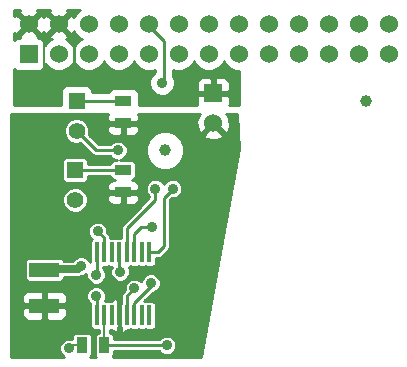
<source format=gtl>
G04 (created by PCBNEW (2013-04-19 BZR 4011)-stable) date 15/12/2014 10:27:15*
%MOIN*%
G04 Gerber Fmt 3.4, Leading zero omitted, Abs format*
%FSLAX34Y34*%
G01*
G70*
G90*
G04 APERTURE LIST*
%ADD10C,0*%
%ADD11R,0.035X0.055*%
%ADD12C,0.0393701*%
%ADD13R,0.055X0.035*%
%ADD14R,0.1X0.05*%
%ADD15R,0.016X0.065*%
%ADD16R,0.055X0.055*%
%ADD17C,0.055*%
%ADD18R,0.06X0.06*%
%ADD19C,0.06*%
%ADD20C,0.035*%
%ADD21C,0.01*%
%ADD22C,0.008*%
%ADD23C,0.025*%
G04 APERTURE END LIST*
G54D10*
G54D11*
X3275Y-11450D03*
X2525Y-11450D03*
G54D12*
X5300Y-4950D03*
X12000Y-3300D03*
G54D13*
X3900Y-4050D03*
X3900Y-3300D03*
X3900Y-6350D03*
X3900Y-5600D03*
G54D14*
X1275Y-10125D03*
X1275Y-8925D03*
G54D15*
X4025Y-8350D03*
X3775Y-8350D03*
X3525Y-8350D03*
X3275Y-8350D03*
X4775Y-10450D03*
X4775Y-8350D03*
X4525Y-8350D03*
X4275Y-8350D03*
X3025Y-10450D03*
X3275Y-10450D03*
X3525Y-10450D03*
X3775Y-10450D03*
X4025Y-10450D03*
X4275Y-10450D03*
X3025Y-8350D03*
X4525Y-10450D03*
G54D16*
X2300Y-5600D03*
G54D17*
X2300Y-6600D03*
G54D16*
X2350Y-3300D03*
G54D17*
X2350Y-4300D03*
G54D18*
X750Y-1750D03*
G54D19*
X750Y-750D03*
X1750Y-1750D03*
X1750Y-750D03*
X2750Y-1750D03*
X2750Y-750D03*
X3750Y-1750D03*
X3750Y-750D03*
X4750Y-1750D03*
X4750Y-750D03*
X5750Y-1750D03*
X5750Y-750D03*
X6750Y-1750D03*
X6750Y-750D03*
X7750Y-1750D03*
X7750Y-750D03*
X8750Y-1750D03*
X8750Y-750D03*
X9750Y-1750D03*
X9750Y-750D03*
X10750Y-1750D03*
X10750Y-750D03*
X11750Y-1750D03*
X11750Y-750D03*
X12750Y-1750D03*
X12750Y-750D03*
G54D18*
X6900Y-3050D03*
G54D19*
X6900Y-4050D03*
G54D20*
X5350Y-11450D03*
X4875Y-7500D03*
X2475Y-10150D03*
X3000Y-9800D03*
X3000Y-9100D03*
X4275Y-9550D03*
X2100Y-11550D03*
X2500Y-8800D03*
X3800Y-9000D03*
X4975Y-6225D03*
X4825Y-9375D03*
X3725Y-4950D03*
X3050Y-7650D03*
X5200Y-2700D03*
X5550Y-6225D03*
G54D21*
X4200Y-11450D02*
X5350Y-11450D01*
X3275Y-11450D02*
X4200Y-11450D01*
X4275Y-8350D02*
X4275Y-7725D01*
X4275Y-7725D02*
X4500Y-7500D01*
X4500Y-7500D02*
X4875Y-7500D01*
G54D22*
X3275Y-10450D02*
X3275Y-11450D01*
G54D21*
X4275Y-7725D02*
X4500Y-7500D01*
G54D22*
X750Y-750D02*
X750Y-800D01*
X1250Y-1300D02*
X1250Y-2300D01*
X750Y-800D02*
X1250Y-1300D01*
G54D21*
X1750Y-750D02*
X2250Y-1250D01*
X2250Y-1250D02*
X2250Y-2200D01*
X3025Y-9825D02*
X3025Y-10450D01*
X3000Y-9800D02*
X3025Y-9825D01*
X3025Y-9075D02*
X3025Y-8350D01*
X3000Y-9100D02*
X3025Y-9075D01*
X4025Y-10450D02*
X4025Y-9800D01*
X4025Y-9800D02*
X4275Y-9550D01*
G54D22*
X2525Y-11450D02*
X2200Y-11450D01*
X2200Y-11450D02*
X2100Y-11550D01*
G54D23*
X1000Y-8900D02*
X2400Y-8900D01*
X2400Y-8900D02*
X2500Y-8800D01*
G54D21*
X3775Y-8350D02*
X3775Y-8975D01*
X3775Y-8975D02*
X3800Y-9000D01*
X4025Y-8350D02*
X4025Y-7750D01*
X4025Y-7550D02*
X4975Y-6600D01*
X4975Y-6600D02*
X4975Y-6225D01*
X4025Y-7750D02*
X4025Y-7550D01*
X3900Y-5600D02*
X2300Y-5600D01*
X3900Y-3300D02*
X2350Y-3300D01*
X4275Y-10450D02*
X4275Y-10025D01*
X4275Y-10025D02*
X4825Y-9475D01*
X4825Y-9475D02*
X4825Y-9375D01*
X3725Y-4950D02*
X3000Y-4950D01*
X3000Y-4950D02*
X2350Y-4300D01*
X3275Y-8350D02*
X3275Y-7875D01*
X3275Y-7875D02*
X3050Y-7650D01*
X4750Y-750D02*
X4750Y-800D01*
X5250Y-2650D02*
X5200Y-2700D01*
X5250Y-1300D02*
X5250Y-2650D01*
X4750Y-800D02*
X5250Y-1300D01*
X4775Y-8350D02*
X5050Y-8350D01*
X5050Y-8350D02*
X5250Y-8150D01*
X5250Y-8150D02*
X5250Y-6525D01*
X5250Y-6525D02*
X5550Y-6225D01*
G54D10*
G36*
X2519Y-1249D02*
X2438Y-1283D01*
X2284Y-1438D01*
X2250Y-1519D01*
X2216Y-1438D01*
X2061Y-1284D01*
X1986Y-1252D01*
X2037Y-1231D01*
X2065Y-1135D01*
X1750Y-820D01*
X1679Y-891D01*
X1679Y-750D01*
X1364Y-434D01*
X1268Y-462D01*
X1251Y-510D01*
X1231Y-462D01*
X1135Y-434D01*
X820Y-750D01*
X1135Y-1065D01*
X1231Y-1037D01*
X1248Y-989D01*
X1268Y-1037D01*
X1364Y-1065D01*
X1679Y-750D01*
X1679Y-891D01*
X1434Y-1135D01*
X1462Y-1231D01*
X1517Y-1250D01*
X1438Y-1283D01*
X1300Y-1422D01*
X1300Y-1400D01*
X1262Y-1308D01*
X1191Y-1238D01*
X1099Y-1200D01*
X1046Y-1199D01*
X1065Y-1135D01*
X750Y-820D01*
X434Y-1135D01*
X453Y-1199D01*
X400Y-1199D01*
X308Y-1237D01*
X269Y-1276D01*
X269Y-1038D01*
X364Y-1065D01*
X679Y-750D01*
X364Y-434D01*
X269Y-461D01*
X269Y-269D01*
X461Y-269D01*
X434Y-364D01*
X750Y-679D01*
X1065Y-364D01*
X1038Y-269D01*
X1461Y-269D01*
X1434Y-364D01*
X1750Y-679D01*
X2065Y-364D01*
X2038Y-269D01*
X2472Y-269D01*
X2438Y-283D01*
X2284Y-438D01*
X2252Y-513D01*
X2231Y-462D01*
X2135Y-434D01*
X1820Y-750D01*
X2135Y-1065D01*
X2231Y-1037D01*
X2250Y-982D01*
X2283Y-1061D01*
X2438Y-1215D01*
X2519Y-1249D01*
X2519Y-1249D01*
G37*
G54D21*
X2519Y-1249D02*
X2438Y-1283D01*
X2284Y-1438D01*
X2250Y-1519D01*
X2216Y-1438D01*
X2061Y-1284D01*
X1986Y-1252D01*
X2037Y-1231D01*
X2065Y-1135D01*
X1750Y-820D01*
X1679Y-891D01*
X1679Y-750D01*
X1364Y-434D01*
X1268Y-462D01*
X1251Y-510D01*
X1231Y-462D01*
X1135Y-434D01*
X820Y-750D01*
X1135Y-1065D01*
X1231Y-1037D01*
X1248Y-989D01*
X1268Y-1037D01*
X1364Y-1065D01*
X1679Y-750D01*
X1679Y-891D01*
X1434Y-1135D01*
X1462Y-1231D01*
X1517Y-1250D01*
X1438Y-1283D01*
X1300Y-1422D01*
X1300Y-1400D01*
X1262Y-1308D01*
X1191Y-1238D01*
X1099Y-1200D01*
X1046Y-1199D01*
X1065Y-1135D01*
X750Y-820D01*
X434Y-1135D01*
X453Y-1199D01*
X400Y-1199D01*
X308Y-1237D01*
X269Y-1276D01*
X269Y-1038D01*
X364Y-1065D01*
X679Y-750D01*
X364Y-434D01*
X269Y-461D01*
X269Y-269D01*
X461Y-269D01*
X434Y-364D01*
X750Y-679D01*
X1065Y-364D01*
X1038Y-269D01*
X1461Y-269D01*
X1434Y-364D01*
X1750Y-679D01*
X2065Y-364D01*
X2038Y-269D01*
X2472Y-269D01*
X2438Y-283D01*
X2284Y-438D01*
X2252Y-513D01*
X2231Y-462D01*
X2135Y-434D01*
X1820Y-750D01*
X2135Y-1065D01*
X2231Y-1037D01*
X2250Y-982D01*
X2283Y-1061D01*
X2438Y-1215D01*
X2519Y-1249D01*
G54D10*
G36*
X7750Y-3450D02*
X7429Y-3450D01*
X7450Y-3399D01*
X7450Y-2700D01*
X7412Y-2608D01*
X7341Y-2538D01*
X7249Y-2500D01*
X7150Y-2499D01*
X7012Y-2500D01*
X6950Y-2562D01*
X6950Y-3000D01*
X7387Y-3000D01*
X7450Y-2937D01*
X7450Y-2700D01*
X7450Y-3399D01*
X7450Y-3162D01*
X7387Y-3100D01*
X6950Y-3100D01*
X6950Y-3107D01*
X6850Y-3107D01*
X6850Y-3100D01*
X6850Y-3000D01*
X6850Y-2562D01*
X6787Y-2500D01*
X6649Y-2499D01*
X6550Y-2500D01*
X6458Y-2538D01*
X6387Y-2608D01*
X6349Y-2700D01*
X6350Y-2937D01*
X6412Y-3000D01*
X6850Y-3000D01*
X6850Y-3100D01*
X6412Y-3100D01*
X6350Y-3162D01*
X6349Y-3399D01*
X6370Y-3450D01*
X4425Y-3450D01*
X4425Y-3425D01*
X4425Y-3075D01*
X4387Y-2983D01*
X4316Y-2913D01*
X4224Y-2875D01*
X4125Y-2874D01*
X3575Y-2874D01*
X3483Y-2912D01*
X3413Y-2983D01*
X3406Y-3000D01*
X2875Y-3000D01*
X2875Y-2975D01*
X2837Y-2883D01*
X2766Y-2813D01*
X2674Y-2775D01*
X2575Y-2774D01*
X2025Y-2774D01*
X1933Y-2812D01*
X1863Y-2883D01*
X1825Y-2975D01*
X1824Y-3074D01*
X1824Y-3450D01*
X269Y-3450D01*
X269Y-2223D01*
X308Y-2261D01*
X400Y-2299D01*
X499Y-2300D01*
X1099Y-2300D01*
X1191Y-2262D01*
X1261Y-2191D01*
X1299Y-2099D01*
X1299Y-2077D01*
X1438Y-2215D01*
X1640Y-2299D01*
X1858Y-2300D01*
X2061Y-2216D01*
X2215Y-2061D01*
X2249Y-1980D01*
X2283Y-2061D01*
X2438Y-2215D01*
X2640Y-2299D01*
X2858Y-2300D01*
X3061Y-2216D01*
X3215Y-2061D01*
X3249Y-1980D01*
X3283Y-2061D01*
X3438Y-2215D01*
X3640Y-2299D01*
X3858Y-2300D01*
X4061Y-2216D01*
X4215Y-2061D01*
X4249Y-1980D01*
X4283Y-2061D01*
X4438Y-2215D01*
X4640Y-2299D01*
X4858Y-2300D01*
X4950Y-2262D01*
X4950Y-2349D01*
X4839Y-2458D01*
X4775Y-2615D01*
X4774Y-2784D01*
X4839Y-2940D01*
X4958Y-3060D01*
X5115Y-3124D01*
X5284Y-3125D01*
X5440Y-3060D01*
X5560Y-2941D01*
X5624Y-2784D01*
X5625Y-2615D01*
X5560Y-2459D01*
X5550Y-2449D01*
X5550Y-2262D01*
X5640Y-2299D01*
X5858Y-2300D01*
X6061Y-2216D01*
X6215Y-2061D01*
X6249Y-1980D01*
X6283Y-2061D01*
X6438Y-2215D01*
X6640Y-2299D01*
X6858Y-2300D01*
X7061Y-2216D01*
X7215Y-2061D01*
X7249Y-1980D01*
X7283Y-2061D01*
X7438Y-2215D01*
X7640Y-2299D01*
X7750Y-2299D01*
X7750Y-3450D01*
X7750Y-3450D01*
G37*
G54D21*
X7750Y-3450D02*
X7429Y-3450D01*
X7450Y-3399D01*
X7450Y-2700D01*
X7412Y-2608D01*
X7341Y-2538D01*
X7249Y-2500D01*
X7150Y-2499D01*
X7012Y-2500D01*
X6950Y-2562D01*
X6950Y-3000D01*
X7387Y-3000D01*
X7450Y-2937D01*
X7450Y-2700D01*
X7450Y-3399D01*
X7450Y-3162D01*
X7387Y-3100D01*
X6950Y-3100D01*
X6950Y-3107D01*
X6850Y-3107D01*
X6850Y-3100D01*
X6850Y-3000D01*
X6850Y-2562D01*
X6787Y-2500D01*
X6649Y-2499D01*
X6550Y-2500D01*
X6458Y-2538D01*
X6387Y-2608D01*
X6349Y-2700D01*
X6350Y-2937D01*
X6412Y-3000D01*
X6850Y-3000D01*
X6850Y-3100D01*
X6412Y-3100D01*
X6350Y-3162D01*
X6349Y-3399D01*
X6370Y-3450D01*
X4425Y-3450D01*
X4425Y-3425D01*
X4425Y-3075D01*
X4387Y-2983D01*
X4316Y-2913D01*
X4224Y-2875D01*
X4125Y-2874D01*
X3575Y-2874D01*
X3483Y-2912D01*
X3413Y-2983D01*
X3406Y-3000D01*
X2875Y-3000D01*
X2875Y-2975D01*
X2837Y-2883D01*
X2766Y-2813D01*
X2674Y-2775D01*
X2575Y-2774D01*
X2025Y-2774D01*
X1933Y-2812D01*
X1863Y-2883D01*
X1825Y-2975D01*
X1824Y-3074D01*
X1824Y-3450D01*
X269Y-3450D01*
X269Y-2223D01*
X308Y-2261D01*
X400Y-2299D01*
X499Y-2300D01*
X1099Y-2300D01*
X1191Y-2262D01*
X1261Y-2191D01*
X1299Y-2099D01*
X1299Y-2077D01*
X1438Y-2215D01*
X1640Y-2299D01*
X1858Y-2300D01*
X2061Y-2216D01*
X2215Y-2061D01*
X2249Y-1980D01*
X2283Y-2061D01*
X2438Y-2215D01*
X2640Y-2299D01*
X2858Y-2300D01*
X3061Y-2216D01*
X3215Y-2061D01*
X3249Y-1980D01*
X3283Y-2061D01*
X3438Y-2215D01*
X3640Y-2299D01*
X3858Y-2300D01*
X4061Y-2216D01*
X4215Y-2061D01*
X4249Y-1980D01*
X4283Y-2061D01*
X4438Y-2215D01*
X4640Y-2299D01*
X4858Y-2300D01*
X4950Y-2262D01*
X4950Y-2349D01*
X4839Y-2458D01*
X4775Y-2615D01*
X4774Y-2784D01*
X4839Y-2940D01*
X4958Y-3060D01*
X5115Y-3124D01*
X5284Y-3125D01*
X5440Y-3060D01*
X5560Y-2941D01*
X5624Y-2784D01*
X5625Y-2615D01*
X5560Y-2459D01*
X5550Y-2449D01*
X5550Y-2262D01*
X5640Y-2299D01*
X5858Y-2300D01*
X6061Y-2216D01*
X6215Y-2061D01*
X6249Y-1980D01*
X6283Y-2061D01*
X6438Y-2215D01*
X6640Y-2299D01*
X6858Y-2300D01*
X7061Y-2216D01*
X7215Y-2061D01*
X7249Y-1980D01*
X7283Y-2061D01*
X7438Y-2215D01*
X7640Y-2299D01*
X7750Y-2299D01*
X7750Y-3450D01*
G54D10*
G36*
X7749Y-4896D02*
X7215Y-7816D01*
X7215Y-4435D01*
X6900Y-4120D01*
X6584Y-4435D01*
X6612Y-4531D01*
X6818Y-4604D01*
X7036Y-4593D01*
X7187Y-4531D01*
X7215Y-4435D01*
X7215Y-7816D01*
X6480Y-11830D01*
X5940Y-11830D01*
X5940Y-4823D01*
X5843Y-4587D01*
X5663Y-4407D01*
X5427Y-4309D01*
X5173Y-4309D01*
X4937Y-4406D01*
X4757Y-4586D01*
X4659Y-4822D01*
X4659Y-5076D01*
X4756Y-5312D01*
X4936Y-5492D01*
X5172Y-5590D01*
X5426Y-5590D01*
X5662Y-5493D01*
X5842Y-5313D01*
X5940Y-5077D01*
X5940Y-4823D01*
X5940Y-11830D01*
X5875Y-11830D01*
X5875Y-6160D01*
X5825Y-6041D01*
X5734Y-5949D01*
X5614Y-5900D01*
X5485Y-5899D01*
X5366Y-5949D01*
X5274Y-6040D01*
X5262Y-6069D01*
X5250Y-6041D01*
X5159Y-5949D01*
X5039Y-5900D01*
X4910Y-5899D01*
X4791Y-5949D01*
X4699Y-6040D01*
X4650Y-6160D01*
X4649Y-6289D01*
X4699Y-6408D01*
X4775Y-6484D01*
X4775Y-6517D01*
X4425Y-6867D01*
X4425Y-6574D01*
X4425Y-6125D01*
X4425Y-4274D01*
X4425Y-4162D01*
X4362Y-4100D01*
X3950Y-4100D01*
X3950Y-4412D01*
X4012Y-4475D01*
X4125Y-4475D01*
X4224Y-4474D01*
X4316Y-4436D01*
X4387Y-4366D01*
X4425Y-4274D01*
X4425Y-6125D01*
X4387Y-6033D01*
X4316Y-5963D01*
X4224Y-5925D01*
X4204Y-5925D01*
X4259Y-5902D01*
X4302Y-5860D01*
X4324Y-5804D01*
X4325Y-5745D01*
X4325Y-5395D01*
X4302Y-5340D01*
X4260Y-5297D01*
X4204Y-5275D01*
X4145Y-5274D01*
X3789Y-5274D01*
X3908Y-5225D01*
X4000Y-5134D01*
X4049Y-5014D01*
X4050Y-4885D01*
X4000Y-4766D01*
X3909Y-4674D01*
X3850Y-4649D01*
X3850Y-4412D01*
X3850Y-4100D01*
X3437Y-4100D01*
X3375Y-4162D01*
X3374Y-4274D01*
X3412Y-4366D01*
X3483Y-4436D01*
X3575Y-4474D01*
X3674Y-4475D01*
X3787Y-4475D01*
X3850Y-4412D01*
X3850Y-4649D01*
X3789Y-4625D01*
X3660Y-4624D01*
X3541Y-4674D01*
X3465Y-4750D01*
X3082Y-4750D01*
X2758Y-4425D01*
X2774Y-4384D01*
X2775Y-4215D01*
X2710Y-4059D01*
X2591Y-3939D01*
X2434Y-3875D01*
X2265Y-3874D01*
X2109Y-3939D01*
X1989Y-4058D01*
X1925Y-4215D01*
X1924Y-4384D01*
X1989Y-4540D01*
X2108Y-4660D01*
X2265Y-4724D01*
X2434Y-4725D01*
X2475Y-4708D01*
X2858Y-5091D01*
X2858Y-5091D01*
X2901Y-5120D01*
X2923Y-5134D01*
X2923Y-5134D01*
X3000Y-5150D01*
X3465Y-5150D01*
X3540Y-5225D01*
X3660Y-5274D01*
X3694Y-5274D01*
X3595Y-5274D01*
X3540Y-5297D01*
X3497Y-5339D01*
X3475Y-5395D01*
X3475Y-5400D01*
X2725Y-5400D01*
X2725Y-5295D01*
X2702Y-5240D01*
X2660Y-5197D01*
X2604Y-5175D01*
X2545Y-5174D01*
X1995Y-5174D01*
X1940Y-5197D01*
X1897Y-5239D01*
X1875Y-5295D01*
X1874Y-5354D01*
X1874Y-5904D01*
X1897Y-5959D01*
X1939Y-6002D01*
X1995Y-6024D01*
X2054Y-6025D01*
X2604Y-6025D01*
X2659Y-6002D01*
X2702Y-5960D01*
X2724Y-5904D01*
X2725Y-5845D01*
X2725Y-5800D01*
X3474Y-5800D01*
X3474Y-5804D01*
X3497Y-5859D01*
X3539Y-5902D01*
X3595Y-5924D01*
X3624Y-5925D01*
X3575Y-5925D01*
X3483Y-5963D01*
X3412Y-6033D01*
X3374Y-6125D01*
X3375Y-6237D01*
X3437Y-6300D01*
X3850Y-6300D01*
X3850Y-6292D01*
X3950Y-6292D01*
X3950Y-6300D01*
X4362Y-6300D01*
X4425Y-6237D01*
X4425Y-6125D01*
X4425Y-6574D01*
X4425Y-6462D01*
X4362Y-6400D01*
X3950Y-6400D01*
X3950Y-6712D01*
X4012Y-6775D01*
X4125Y-6775D01*
X4224Y-6774D01*
X4316Y-6736D01*
X4387Y-6666D01*
X4425Y-6574D01*
X4425Y-6867D01*
X3883Y-7408D01*
X3850Y-7458D01*
X3850Y-6712D01*
X3850Y-6400D01*
X3437Y-6400D01*
X3375Y-6462D01*
X3374Y-6574D01*
X3412Y-6666D01*
X3483Y-6736D01*
X3575Y-6774D01*
X3674Y-6775D01*
X3787Y-6775D01*
X3850Y-6712D01*
X3850Y-7458D01*
X3840Y-7473D01*
X3825Y-7550D01*
X3825Y-7750D01*
X3825Y-7874D01*
X3665Y-7874D01*
X3650Y-7881D01*
X3634Y-7875D01*
X3575Y-7874D01*
X3474Y-7874D01*
X3459Y-7798D01*
X3416Y-7733D01*
X3374Y-7692D01*
X3375Y-7585D01*
X3325Y-7466D01*
X3234Y-7374D01*
X3114Y-7325D01*
X2985Y-7324D01*
X2866Y-7374D01*
X2774Y-7465D01*
X2725Y-7585D01*
X2725Y-6515D01*
X2660Y-6359D01*
X2541Y-6239D01*
X2384Y-6175D01*
X2215Y-6174D01*
X2059Y-6239D01*
X1939Y-6358D01*
X1875Y-6515D01*
X1874Y-6684D01*
X1939Y-6840D01*
X2058Y-6960D01*
X2215Y-7024D01*
X2384Y-7025D01*
X2540Y-6960D01*
X2660Y-6841D01*
X2724Y-6684D01*
X2725Y-6515D01*
X2725Y-7585D01*
X2725Y-7585D01*
X2724Y-7714D01*
X2774Y-7833D01*
X2849Y-7908D01*
X2817Y-7939D01*
X2795Y-7995D01*
X2794Y-8054D01*
X2794Y-8662D01*
X2775Y-8616D01*
X2684Y-8524D01*
X2564Y-8475D01*
X2435Y-8474D01*
X2316Y-8524D01*
X2224Y-8615D01*
X2220Y-8625D01*
X1916Y-8625D01*
X1902Y-8590D01*
X1860Y-8547D01*
X1804Y-8525D01*
X1745Y-8524D01*
X745Y-8524D01*
X690Y-8547D01*
X647Y-8589D01*
X625Y-8645D01*
X624Y-8704D01*
X624Y-9204D01*
X647Y-9259D01*
X689Y-9302D01*
X745Y-9324D01*
X804Y-9325D01*
X1804Y-9325D01*
X1859Y-9302D01*
X1902Y-9260D01*
X1924Y-9204D01*
X1925Y-9175D01*
X2400Y-9175D01*
X2505Y-9154D01*
X2505Y-9154D01*
X2548Y-9125D01*
X2564Y-9125D01*
X2675Y-9079D01*
X2674Y-9164D01*
X2724Y-9283D01*
X2815Y-9375D01*
X2935Y-9424D01*
X3064Y-9425D01*
X3183Y-9375D01*
X3275Y-9284D01*
X3324Y-9164D01*
X3325Y-9035D01*
X3275Y-8916D01*
X3225Y-8865D01*
X3225Y-8825D01*
X3384Y-8825D01*
X3399Y-8818D01*
X3415Y-8824D01*
X3474Y-8825D01*
X3520Y-8825D01*
X3475Y-8935D01*
X3474Y-9064D01*
X3524Y-9183D01*
X3615Y-9275D01*
X3735Y-9324D01*
X3864Y-9325D01*
X3983Y-9275D01*
X4075Y-9184D01*
X4124Y-9064D01*
X4125Y-8935D01*
X4079Y-8825D01*
X4134Y-8825D01*
X4149Y-8818D01*
X4165Y-8824D01*
X4224Y-8825D01*
X4384Y-8825D01*
X4399Y-8818D01*
X4415Y-8824D01*
X4474Y-8825D01*
X4634Y-8825D01*
X4649Y-8818D01*
X4665Y-8824D01*
X4724Y-8825D01*
X4884Y-8825D01*
X4939Y-8802D01*
X4982Y-8760D01*
X5004Y-8704D01*
X5005Y-8645D01*
X5005Y-8550D01*
X5050Y-8550D01*
X5126Y-8534D01*
X5191Y-8491D01*
X5391Y-8291D01*
X5391Y-8291D01*
X5420Y-8248D01*
X5434Y-8226D01*
X5434Y-8226D01*
X5449Y-8150D01*
X5450Y-8150D01*
X5450Y-6607D01*
X5507Y-6549D01*
X5614Y-6550D01*
X5733Y-6500D01*
X5825Y-6409D01*
X5874Y-6289D01*
X5875Y-6160D01*
X5875Y-11830D01*
X3556Y-11830D01*
X3577Y-11810D01*
X3599Y-11754D01*
X3600Y-11695D01*
X3600Y-11650D01*
X4200Y-11650D01*
X5090Y-11650D01*
X5165Y-11725D01*
X5285Y-11774D01*
X5414Y-11775D01*
X5533Y-11725D01*
X5625Y-11634D01*
X5674Y-11514D01*
X5675Y-11385D01*
X5625Y-11266D01*
X5534Y-11174D01*
X5414Y-11125D01*
X5285Y-11124D01*
X5166Y-11174D01*
X5150Y-11190D01*
X5150Y-9310D01*
X5100Y-9191D01*
X5009Y-9099D01*
X4889Y-9050D01*
X4760Y-9049D01*
X4641Y-9099D01*
X4549Y-9190D01*
X4500Y-9310D01*
X4500Y-9315D01*
X4459Y-9274D01*
X4339Y-9225D01*
X4210Y-9224D01*
X4091Y-9274D01*
X3999Y-9365D01*
X3950Y-9485D01*
X3949Y-9592D01*
X3883Y-9658D01*
X3840Y-9723D01*
X3825Y-9800D01*
X3825Y-9927D01*
X3815Y-9937D01*
X3815Y-10046D01*
X3795Y-10095D01*
X3794Y-10154D01*
X3794Y-10804D01*
X3815Y-10853D01*
X3815Y-10962D01*
X3877Y-11025D01*
X3904Y-11025D01*
X3996Y-10987D01*
X4058Y-10925D01*
X4134Y-10925D01*
X4149Y-10918D01*
X4165Y-10924D01*
X4224Y-10925D01*
X4384Y-10925D01*
X4399Y-10918D01*
X4415Y-10924D01*
X4474Y-10925D01*
X4634Y-10925D01*
X4649Y-10918D01*
X4665Y-10924D01*
X4724Y-10925D01*
X4884Y-10925D01*
X4939Y-10902D01*
X4982Y-10860D01*
X5004Y-10804D01*
X5005Y-10745D01*
X5005Y-10095D01*
X4982Y-10040D01*
X4940Y-9997D01*
X4884Y-9975D01*
X4825Y-9974D01*
X4665Y-9974D01*
X4650Y-9981D01*
X4634Y-9975D01*
X4607Y-9975D01*
X4882Y-9700D01*
X4889Y-9700D01*
X5008Y-9650D01*
X5100Y-9559D01*
X5149Y-9439D01*
X5150Y-9310D01*
X5150Y-11190D01*
X5090Y-11250D01*
X4200Y-11250D01*
X3600Y-11250D01*
X3600Y-11145D01*
X3577Y-11090D01*
X3535Y-11047D01*
X3479Y-11025D01*
X3465Y-11025D01*
X3465Y-10925D01*
X3474Y-10925D01*
X3491Y-10925D01*
X3553Y-10987D01*
X3645Y-11025D01*
X3672Y-11025D01*
X3735Y-10962D01*
X3735Y-10853D01*
X3754Y-10804D01*
X3755Y-10745D01*
X3755Y-10095D01*
X3735Y-10046D01*
X3735Y-9937D01*
X3672Y-9875D01*
X3645Y-9874D01*
X3553Y-9912D01*
X3491Y-9974D01*
X3415Y-9974D01*
X3400Y-9981D01*
X3384Y-9975D01*
X3325Y-9974D01*
X3279Y-9974D01*
X3324Y-9864D01*
X3325Y-9735D01*
X3275Y-9616D01*
X3184Y-9524D01*
X3064Y-9475D01*
X2935Y-9474D01*
X2816Y-9524D01*
X2724Y-9615D01*
X2675Y-9735D01*
X2674Y-9864D01*
X2724Y-9983D01*
X2806Y-10066D01*
X2795Y-10095D01*
X2794Y-10154D01*
X2794Y-10804D01*
X2817Y-10859D01*
X2859Y-10902D01*
X2915Y-10924D01*
X2974Y-10925D01*
X3085Y-10925D01*
X3085Y-11024D01*
X3070Y-11024D01*
X3015Y-11047D01*
X2972Y-11089D01*
X2950Y-11145D01*
X2949Y-11204D01*
X2949Y-11754D01*
X2972Y-11809D01*
X2993Y-11830D01*
X2806Y-11830D01*
X2827Y-11810D01*
X2849Y-11754D01*
X2850Y-11695D01*
X2850Y-11145D01*
X2827Y-11090D01*
X2785Y-11047D01*
X2729Y-11025D01*
X2670Y-11024D01*
X2320Y-11024D01*
X2265Y-11047D01*
X2222Y-11089D01*
X2200Y-11145D01*
X2199Y-11204D01*
X2199Y-11239D01*
X2164Y-11225D01*
X2035Y-11224D01*
X2025Y-11229D01*
X2025Y-10424D01*
X2025Y-9825D01*
X1987Y-9733D01*
X1916Y-9663D01*
X1824Y-9625D01*
X1725Y-9624D01*
X1387Y-9625D01*
X1325Y-9687D01*
X1325Y-10075D01*
X1962Y-10075D01*
X2025Y-10012D01*
X2025Y-9825D01*
X2025Y-10424D01*
X2025Y-10237D01*
X1962Y-10175D01*
X1325Y-10175D01*
X1325Y-10562D01*
X1387Y-10625D01*
X1725Y-10625D01*
X1824Y-10624D01*
X1916Y-10586D01*
X1987Y-10516D01*
X2025Y-10424D01*
X2025Y-11229D01*
X1916Y-11274D01*
X1824Y-11365D01*
X1775Y-11485D01*
X1774Y-11614D01*
X1824Y-11733D01*
X1915Y-11825D01*
X1927Y-11830D01*
X1225Y-11830D01*
X1225Y-10562D01*
X1225Y-10175D01*
X1225Y-10075D01*
X1225Y-9687D01*
X1162Y-9625D01*
X824Y-9624D01*
X725Y-9625D01*
X633Y-9663D01*
X562Y-9733D01*
X524Y-9825D01*
X525Y-10012D01*
X587Y-10075D01*
X1225Y-10075D01*
X1225Y-10175D01*
X587Y-10175D01*
X525Y-10237D01*
X524Y-10424D01*
X562Y-10516D01*
X633Y-10586D01*
X725Y-10624D01*
X824Y-10625D01*
X1162Y-10625D01*
X1225Y-10562D01*
X1225Y-11830D01*
X169Y-11830D01*
X169Y-3750D01*
X2900Y-3750D01*
X3406Y-3750D01*
X3374Y-3825D01*
X3375Y-3937D01*
X3437Y-4000D01*
X3850Y-4000D01*
X3850Y-3992D01*
X3950Y-3992D01*
X3950Y-4000D01*
X4362Y-4000D01*
X4425Y-3937D01*
X4425Y-3825D01*
X4393Y-3750D01*
X6461Y-3750D01*
X6418Y-3762D01*
X6345Y-3968D01*
X6356Y-4186D01*
X6418Y-4337D01*
X6514Y-4365D01*
X6829Y-4050D01*
X6823Y-4044D01*
X6894Y-3973D01*
X6900Y-3979D01*
X6905Y-3973D01*
X6976Y-4044D01*
X6970Y-4050D01*
X7285Y-4365D01*
X7381Y-4337D01*
X7454Y-4131D01*
X7443Y-3913D01*
X7381Y-3762D01*
X7338Y-3750D01*
X7702Y-3750D01*
X7749Y-4896D01*
X7749Y-4896D01*
G37*
G54D21*
X7749Y-4896D02*
X7215Y-7816D01*
X7215Y-4435D01*
X6900Y-4120D01*
X6584Y-4435D01*
X6612Y-4531D01*
X6818Y-4604D01*
X7036Y-4593D01*
X7187Y-4531D01*
X7215Y-4435D01*
X7215Y-7816D01*
X6480Y-11830D01*
X5940Y-11830D01*
X5940Y-4823D01*
X5843Y-4587D01*
X5663Y-4407D01*
X5427Y-4309D01*
X5173Y-4309D01*
X4937Y-4406D01*
X4757Y-4586D01*
X4659Y-4822D01*
X4659Y-5076D01*
X4756Y-5312D01*
X4936Y-5492D01*
X5172Y-5590D01*
X5426Y-5590D01*
X5662Y-5493D01*
X5842Y-5313D01*
X5940Y-5077D01*
X5940Y-4823D01*
X5940Y-11830D01*
X5875Y-11830D01*
X5875Y-6160D01*
X5825Y-6041D01*
X5734Y-5949D01*
X5614Y-5900D01*
X5485Y-5899D01*
X5366Y-5949D01*
X5274Y-6040D01*
X5262Y-6069D01*
X5250Y-6041D01*
X5159Y-5949D01*
X5039Y-5900D01*
X4910Y-5899D01*
X4791Y-5949D01*
X4699Y-6040D01*
X4650Y-6160D01*
X4649Y-6289D01*
X4699Y-6408D01*
X4775Y-6484D01*
X4775Y-6517D01*
X4425Y-6867D01*
X4425Y-6574D01*
X4425Y-6125D01*
X4425Y-4274D01*
X4425Y-4162D01*
X4362Y-4100D01*
X3950Y-4100D01*
X3950Y-4412D01*
X4012Y-4475D01*
X4125Y-4475D01*
X4224Y-4474D01*
X4316Y-4436D01*
X4387Y-4366D01*
X4425Y-4274D01*
X4425Y-6125D01*
X4387Y-6033D01*
X4316Y-5963D01*
X4224Y-5925D01*
X4204Y-5925D01*
X4259Y-5902D01*
X4302Y-5860D01*
X4324Y-5804D01*
X4325Y-5745D01*
X4325Y-5395D01*
X4302Y-5340D01*
X4260Y-5297D01*
X4204Y-5275D01*
X4145Y-5274D01*
X3789Y-5274D01*
X3908Y-5225D01*
X4000Y-5134D01*
X4049Y-5014D01*
X4050Y-4885D01*
X4000Y-4766D01*
X3909Y-4674D01*
X3850Y-4649D01*
X3850Y-4412D01*
X3850Y-4100D01*
X3437Y-4100D01*
X3375Y-4162D01*
X3374Y-4274D01*
X3412Y-4366D01*
X3483Y-4436D01*
X3575Y-4474D01*
X3674Y-4475D01*
X3787Y-4475D01*
X3850Y-4412D01*
X3850Y-4649D01*
X3789Y-4625D01*
X3660Y-4624D01*
X3541Y-4674D01*
X3465Y-4750D01*
X3082Y-4750D01*
X2758Y-4425D01*
X2774Y-4384D01*
X2775Y-4215D01*
X2710Y-4059D01*
X2591Y-3939D01*
X2434Y-3875D01*
X2265Y-3874D01*
X2109Y-3939D01*
X1989Y-4058D01*
X1925Y-4215D01*
X1924Y-4384D01*
X1989Y-4540D01*
X2108Y-4660D01*
X2265Y-4724D01*
X2434Y-4725D01*
X2475Y-4708D01*
X2858Y-5091D01*
X2858Y-5091D01*
X2901Y-5120D01*
X2923Y-5134D01*
X2923Y-5134D01*
X3000Y-5150D01*
X3465Y-5150D01*
X3540Y-5225D01*
X3660Y-5274D01*
X3694Y-5274D01*
X3595Y-5274D01*
X3540Y-5297D01*
X3497Y-5339D01*
X3475Y-5395D01*
X3475Y-5400D01*
X2725Y-5400D01*
X2725Y-5295D01*
X2702Y-5240D01*
X2660Y-5197D01*
X2604Y-5175D01*
X2545Y-5174D01*
X1995Y-5174D01*
X1940Y-5197D01*
X1897Y-5239D01*
X1875Y-5295D01*
X1874Y-5354D01*
X1874Y-5904D01*
X1897Y-5959D01*
X1939Y-6002D01*
X1995Y-6024D01*
X2054Y-6025D01*
X2604Y-6025D01*
X2659Y-6002D01*
X2702Y-5960D01*
X2724Y-5904D01*
X2725Y-5845D01*
X2725Y-5800D01*
X3474Y-5800D01*
X3474Y-5804D01*
X3497Y-5859D01*
X3539Y-5902D01*
X3595Y-5924D01*
X3624Y-5925D01*
X3575Y-5925D01*
X3483Y-5963D01*
X3412Y-6033D01*
X3374Y-6125D01*
X3375Y-6237D01*
X3437Y-6300D01*
X3850Y-6300D01*
X3850Y-6292D01*
X3950Y-6292D01*
X3950Y-6300D01*
X4362Y-6300D01*
X4425Y-6237D01*
X4425Y-6125D01*
X4425Y-6574D01*
X4425Y-6462D01*
X4362Y-6400D01*
X3950Y-6400D01*
X3950Y-6712D01*
X4012Y-6775D01*
X4125Y-6775D01*
X4224Y-6774D01*
X4316Y-6736D01*
X4387Y-6666D01*
X4425Y-6574D01*
X4425Y-6867D01*
X3883Y-7408D01*
X3850Y-7458D01*
X3850Y-6712D01*
X3850Y-6400D01*
X3437Y-6400D01*
X3375Y-6462D01*
X3374Y-6574D01*
X3412Y-6666D01*
X3483Y-6736D01*
X3575Y-6774D01*
X3674Y-6775D01*
X3787Y-6775D01*
X3850Y-6712D01*
X3850Y-7458D01*
X3840Y-7473D01*
X3825Y-7550D01*
X3825Y-7750D01*
X3825Y-7874D01*
X3665Y-7874D01*
X3650Y-7881D01*
X3634Y-7875D01*
X3575Y-7874D01*
X3474Y-7874D01*
X3459Y-7798D01*
X3416Y-7733D01*
X3374Y-7692D01*
X3375Y-7585D01*
X3325Y-7466D01*
X3234Y-7374D01*
X3114Y-7325D01*
X2985Y-7324D01*
X2866Y-7374D01*
X2774Y-7465D01*
X2725Y-7585D01*
X2725Y-6515D01*
X2660Y-6359D01*
X2541Y-6239D01*
X2384Y-6175D01*
X2215Y-6174D01*
X2059Y-6239D01*
X1939Y-6358D01*
X1875Y-6515D01*
X1874Y-6684D01*
X1939Y-6840D01*
X2058Y-6960D01*
X2215Y-7024D01*
X2384Y-7025D01*
X2540Y-6960D01*
X2660Y-6841D01*
X2724Y-6684D01*
X2725Y-6515D01*
X2725Y-7585D01*
X2725Y-7585D01*
X2724Y-7714D01*
X2774Y-7833D01*
X2849Y-7908D01*
X2817Y-7939D01*
X2795Y-7995D01*
X2794Y-8054D01*
X2794Y-8662D01*
X2775Y-8616D01*
X2684Y-8524D01*
X2564Y-8475D01*
X2435Y-8474D01*
X2316Y-8524D01*
X2224Y-8615D01*
X2220Y-8625D01*
X1916Y-8625D01*
X1902Y-8590D01*
X1860Y-8547D01*
X1804Y-8525D01*
X1745Y-8524D01*
X745Y-8524D01*
X690Y-8547D01*
X647Y-8589D01*
X625Y-8645D01*
X624Y-8704D01*
X624Y-9204D01*
X647Y-9259D01*
X689Y-9302D01*
X745Y-9324D01*
X804Y-9325D01*
X1804Y-9325D01*
X1859Y-9302D01*
X1902Y-9260D01*
X1924Y-9204D01*
X1925Y-9175D01*
X2400Y-9175D01*
X2505Y-9154D01*
X2505Y-9154D01*
X2548Y-9125D01*
X2564Y-9125D01*
X2675Y-9079D01*
X2674Y-9164D01*
X2724Y-9283D01*
X2815Y-9375D01*
X2935Y-9424D01*
X3064Y-9425D01*
X3183Y-9375D01*
X3275Y-9284D01*
X3324Y-9164D01*
X3325Y-9035D01*
X3275Y-8916D01*
X3225Y-8865D01*
X3225Y-8825D01*
X3384Y-8825D01*
X3399Y-8818D01*
X3415Y-8824D01*
X3474Y-8825D01*
X3520Y-8825D01*
X3475Y-8935D01*
X3474Y-9064D01*
X3524Y-9183D01*
X3615Y-9275D01*
X3735Y-9324D01*
X3864Y-9325D01*
X3983Y-9275D01*
X4075Y-9184D01*
X4124Y-9064D01*
X4125Y-8935D01*
X4079Y-8825D01*
X4134Y-8825D01*
X4149Y-8818D01*
X4165Y-8824D01*
X4224Y-8825D01*
X4384Y-8825D01*
X4399Y-8818D01*
X4415Y-8824D01*
X4474Y-8825D01*
X4634Y-8825D01*
X4649Y-8818D01*
X4665Y-8824D01*
X4724Y-8825D01*
X4884Y-8825D01*
X4939Y-8802D01*
X4982Y-8760D01*
X5004Y-8704D01*
X5005Y-8645D01*
X5005Y-8550D01*
X5050Y-8550D01*
X5126Y-8534D01*
X5191Y-8491D01*
X5391Y-8291D01*
X5391Y-8291D01*
X5420Y-8248D01*
X5434Y-8226D01*
X5434Y-8226D01*
X5449Y-8150D01*
X5450Y-8150D01*
X5450Y-6607D01*
X5507Y-6549D01*
X5614Y-6550D01*
X5733Y-6500D01*
X5825Y-6409D01*
X5874Y-6289D01*
X5875Y-6160D01*
X5875Y-11830D01*
X3556Y-11830D01*
X3577Y-11810D01*
X3599Y-11754D01*
X3600Y-11695D01*
X3600Y-11650D01*
X4200Y-11650D01*
X5090Y-11650D01*
X5165Y-11725D01*
X5285Y-11774D01*
X5414Y-11775D01*
X5533Y-11725D01*
X5625Y-11634D01*
X5674Y-11514D01*
X5675Y-11385D01*
X5625Y-11266D01*
X5534Y-11174D01*
X5414Y-11125D01*
X5285Y-11124D01*
X5166Y-11174D01*
X5150Y-11190D01*
X5150Y-9310D01*
X5100Y-9191D01*
X5009Y-9099D01*
X4889Y-9050D01*
X4760Y-9049D01*
X4641Y-9099D01*
X4549Y-9190D01*
X4500Y-9310D01*
X4500Y-9315D01*
X4459Y-9274D01*
X4339Y-9225D01*
X4210Y-9224D01*
X4091Y-9274D01*
X3999Y-9365D01*
X3950Y-9485D01*
X3949Y-9592D01*
X3883Y-9658D01*
X3840Y-9723D01*
X3825Y-9800D01*
X3825Y-9927D01*
X3815Y-9937D01*
X3815Y-10046D01*
X3795Y-10095D01*
X3794Y-10154D01*
X3794Y-10804D01*
X3815Y-10853D01*
X3815Y-10962D01*
X3877Y-11025D01*
X3904Y-11025D01*
X3996Y-10987D01*
X4058Y-10925D01*
X4134Y-10925D01*
X4149Y-10918D01*
X4165Y-10924D01*
X4224Y-10925D01*
X4384Y-10925D01*
X4399Y-10918D01*
X4415Y-10924D01*
X4474Y-10925D01*
X4634Y-10925D01*
X4649Y-10918D01*
X4665Y-10924D01*
X4724Y-10925D01*
X4884Y-10925D01*
X4939Y-10902D01*
X4982Y-10860D01*
X5004Y-10804D01*
X5005Y-10745D01*
X5005Y-10095D01*
X4982Y-10040D01*
X4940Y-9997D01*
X4884Y-9975D01*
X4825Y-9974D01*
X4665Y-9974D01*
X4650Y-9981D01*
X4634Y-9975D01*
X4607Y-9975D01*
X4882Y-9700D01*
X4889Y-9700D01*
X5008Y-9650D01*
X5100Y-9559D01*
X5149Y-9439D01*
X5150Y-9310D01*
X5150Y-11190D01*
X5090Y-11250D01*
X4200Y-11250D01*
X3600Y-11250D01*
X3600Y-11145D01*
X3577Y-11090D01*
X3535Y-11047D01*
X3479Y-11025D01*
X3465Y-11025D01*
X3465Y-10925D01*
X3474Y-10925D01*
X3491Y-10925D01*
X3553Y-10987D01*
X3645Y-11025D01*
X3672Y-11025D01*
X3735Y-10962D01*
X3735Y-10853D01*
X3754Y-10804D01*
X3755Y-10745D01*
X3755Y-10095D01*
X3735Y-10046D01*
X3735Y-9937D01*
X3672Y-9875D01*
X3645Y-9874D01*
X3553Y-9912D01*
X3491Y-9974D01*
X3415Y-9974D01*
X3400Y-9981D01*
X3384Y-9975D01*
X3325Y-9974D01*
X3279Y-9974D01*
X3324Y-9864D01*
X3325Y-9735D01*
X3275Y-9616D01*
X3184Y-9524D01*
X3064Y-9475D01*
X2935Y-9474D01*
X2816Y-9524D01*
X2724Y-9615D01*
X2675Y-9735D01*
X2674Y-9864D01*
X2724Y-9983D01*
X2806Y-10066D01*
X2795Y-10095D01*
X2794Y-10154D01*
X2794Y-10804D01*
X2817Y-10859D01*
X2859Y-10902D01*
X2915Y-10924D01*
X2974Y-10925D01*
X3085Y-10925D01*
X3085Y-11024D01*
X3070Y-11024D01*
X3015Y-11047D01*
X2972Y-11089D01*
X2950Y-11145D01*
X2949Y-11204D01*
X2949Y-11754D01*
X2972Y-11809D01*
X2993Y-11830D01*
X2806Y-11830D01*
X2827Y-11810D01*
X2849Y-11754D01*
X2850Y-11695D01*
X2850Y-11145D01*
X2827Y-11090D01*
X2785Y-11047D01*
X2729Y-11025D01*
X2670Y-11024D01*
X2320Y-11024D01*
X2265Y-11047D01*
X2222Y-11089D01*
X2200Y-11145D01*
X2199Y-11204D01*
X2199Y-11239D01*
X2164Y-11225D01*
X2035Y-11224D01*
X2025Y-11229D01*
X2025Y-10424D01*
X2025Y-9825D01*
X1987Y-9733D01*
X1916Y-9663D01*
X1824Y-9625D01*
X1725Y-9624D01*
X1387Y-9625D01*
X1325Y-9687D01*
X1325Y-10075D01*
X1962Y-10075D01*
X2025Y-10012D01*
X2025Y-9825D01*
X2025Y-10424D01*
X2025Y-10237D01*
X1962Y-10175D01*
X1325Y-10175D01*
X1325Y-10562D01*
X1387Y-10625D01*
X1725Y-10625D01*
X1824Y-10624D01*
X1916Y-10586D01*
X1987Y-10516D01*
X2025Y-10424D01*
X2025Y-11229D01*
X1916Y-11274D01*
X1824Y-11365D01*
X1775Y-11485D01*
X1774Y-11614D01*
X1824Y-11733D01*
X1915Y-11825D01*
X1927Y-11830D01*
X1225Y-11830D01*
X1225Y-10562D01*
X1225Y-10175D01*
X1225Y-10075D01*
X1225Y-9687D01*
X1162Y-9625D01*
X824Y-9624D01*
X725Y-9625D01*
X633Y-9663D01*
X562Y-9733D01*
X524Y-9825D01*
X525Y-10012D01*
X587Y-10075D01*
X1225Y-10075D01*
X1225Y-10175D01*
X587Y-10175D01*
X525Y-10237D01*
X524Y-10424D01*
X562Y-10516D01*
X633Y-10586D01*
X725Y-10624D01*
X824Y-10625D01*
X1162Y-10625D01*
X1225Y-10562D01*
X1225Y-11830D01*
X169Y-11830D01*
X169Y-3750D01*
X2900Y-3750D01*
X3406Y-3750D01*
X3374Y-3825D01*
X3375Y-3937D01*
X3437Y-4000D01*
X3850Y-4000D01*
X3850Y-3992D01*
X3950Y-3992D01*
X3950Y-4000D01*
X4362Y-4000D01*
X4425Y-3937D01*
X4425Y-3825D01*
X4393Y-3750D01*
X6461Y-3750D01*
X6418Y-3762D01*
X6345Y-3968D01*
X6356Y-4186D01*
X6418Y-4337D01*
X6514Y-4365D01*
X6829Y-4050D01*
X6823Y-4044D01*
X6894Y-3973D01*
X6900Y-3979D01*
X6905Y-3973D01*
X6976Y-4044D01*
X6970Y-4050D01*
X7285Y-4365D01*
X7381Y-4337D01*
X7454Y-4131D01*
X7443Y-3913D01*
X7381Y-3762D01*
X7338Y-3750D01*
X7702Y-3750D01*
X7749Y-4896D01*
M02*

</source>
